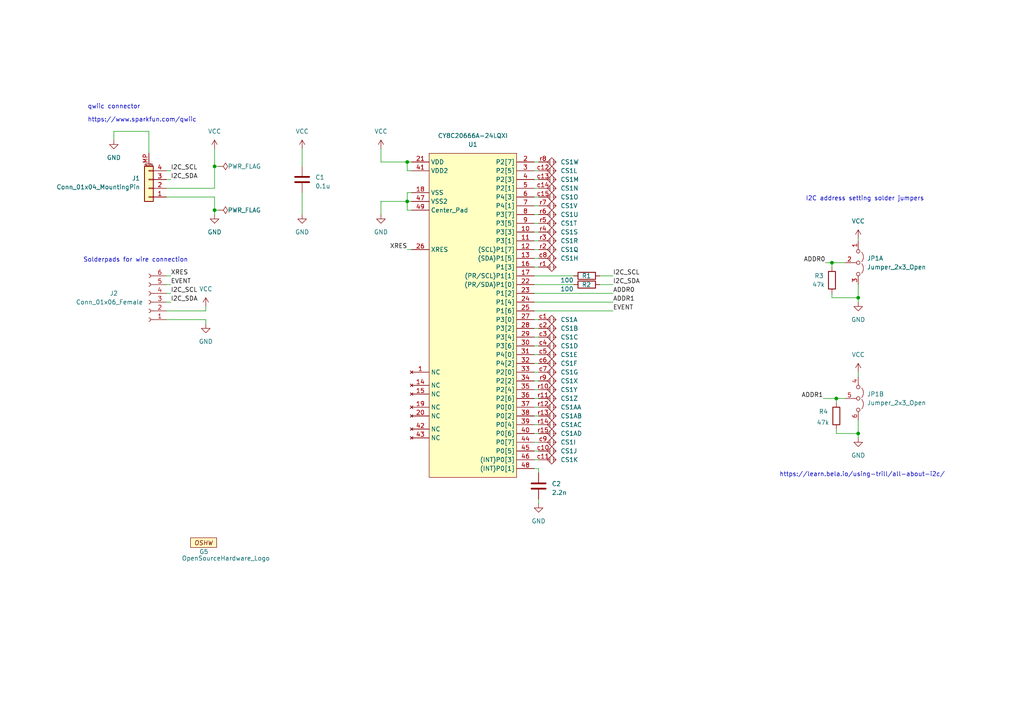
<source format=kicad_sch>
(kicad_sch (version 20230121) (generator eeschema)
  (paper "A4")
  (title_block (title "TRILL-SQUARE") (date "2022-10-21") (rev "C4") (company "BELA / Augmented Instrumenst Ltd.") (comment 1 "https://bela.io"))
  (lib_symbols
    (symbol "Bela:CapSensePad" (in_bom no)
      (property "Reference" "CS" (at 4.699 -0.127 0))
      (symbol "CapSensePad_0_1"
        (polyline (pts (xy 0.762 0) (xy 0 0)))
        (polyline (pts (xy 0.762 0.762) (xy 0.762 -0.762)))
        (polyline (pts (xy 1.778 0.762) (xy 1.778 -0.762)))
        (polyline (pts (xy 2.54 0) (xy 1.778 0)))
        (polyline (pts (xy 0 0) (xy 1.27 1.27) (xy 2.54 0) (xy 1.27 -1.27) (xy 0 0)))
      )
      (symbol "CapSensePad_1_1"
        (pin input line (at -2.54 0 0) (length 2.54) (name "") (number "c1"))
      )
      (symbol "CapSensePad_2_1"
        (pin input line (at -2.54 0 0) (length 2.54) (name "") (number "c2"))
      )
      (symbol "CapSensePad_3_1"
        (pin input line (at -2.54 0 0) (length 2.54) (name "") (number "c3"))
      )
      (symbol "CapSensePad_4_1"
        (pin input line (at -2.54 0 0) (length 2.54) (name "") (number "c4"))
      )
      (symbol "CapSensePad_5_1"
        (pin input line (at -2.54 0 0) (length 2.54) (name "") (number "c5"))
      )
      (symbol "CapSensePad_6_1"
        (pin input line (at -2.54 0 0) (length 2.54) (name "") (number "c6"))
      )
      (symbol "CapSensePad_7_1"
        (pin input line (at -2.54 0 0) (length 2.54) (name "") (number "c7"))
      )
      (symbol "CapSensePad_8_1"
        (pin input line (at -2.54 0 0) (length 2.54) (name "") (number "c8"))
      )
      (symbol "CapSensePad_9_1"
        (pin input line (at -2.54 0 0) (length 2.54) (name "") (number "c9"))
      )
      (symbol "CapSensePad_10_1"
        (pin input line (at -2.54 0 0) (length 2.54) (name "") (number "c10"))
      )
      (symbol "CapSensePad_11_1"
        (pin input line (at -2.54 0 0) (length 2.54) (name "") (number "c11"))
      )
      (symbol "CapSensePad_12_1"
        (pin input line (at -2.54 0 0) (length 2.54) (name "") (number "c12"))
      )
      (symbol "CapSensePad_13_1"
        (pin input line (at -2.54 0 0) (length 2.54) (name "") (number "c13"))
      )
      (symbol "CapSensePad_14_1"
        (pin input line (at -2.54 0 0) (length 2.54) (name "") (number "c14"))
      )
      (symbol "CapSensePad_15_1"
        (pin input line (at -2.54 0 0) (length 2.54) (name "") (number "c15"))
      )
      (symbol "CapSensePad_16_1"
        (pin input line (at -2.54 0 0) (length 2.54) (name "") (number "r1"))
      )
      (symbol "CapSensePad_17_1"
        (pin input line (at -2.54 0 0) (length 2.54) (name "") (number "r2"))
      )
      (symbol "CapSensePad_18_1"
        (pin input line (at -2.54 0 0) (length 2.54) (name "") (number "r3"))
      )
      (symbol "CapSensePad_19_1"
        (pin input line (at -2.54 0 0) (length 2.54) (name "") (number "r4"))
      )
      (symbol "CapSensePad_20_1"
        (pin input line (at -2.54 0 0) (length 2.54) (name "") (number "r5"))
      )
      (symbol "CapSensePad_21_1"
        (pin input line (at -2.54 0 0) (length 2.54) (name "") (number "r6"))
      )
      (symbol "CapSensePad_22_1"
        (pin input line (at -2.54 0 0) (length 2.54) (name "") (number "r7"))
      )
      (symbol "CapSensePad_23_1"
        (pin input line (at -2.54 0 0) (length 2.54) (name "") (number "r8"))
      )
      (symbol "CapSensePad_24_1"
        (pin input line (at -2.54 0 0) (length 2.54) (name "") (number "r9"))
      )
      (symbol "CapSensePad_25_1"
        (pin input line (at -2.54 0 0) (length 2.54) (name "") (number "r10"))
      )
      (symbol "CapSensePad_26_1"
        (pin input line (at -2.54 0 0) (length 2.54) (name "") (number "r11"))
      )
      (symbol "CapSensePad_27_1"
        (pin input line (at -2.54 0 0) (length 2.54) (name "") (number "r12"))
      )
      (symbol "CapSensePad_28_1"
        (pin input line (at -2.54 0 0) (length 2.54) (name "") (number "r13"))
      )
      (symbol "CapSensePad_29_1"
        (pin input line (at -2.54 0 0) (length 2.54) (name "") (number "r14"))
      )
      (symbol "CapSensePad_30_1"
        (pin input line (at -2.54 0 0) (length 2.54) (name "") (number "r15"))
      )
    )
    (symbol "CapSensePad_25" (in_bom no)
      (property "Reference" "CS" (at 4.699 -0.127 0))
      (symbol "CapSensePad_25_0_1"
        (polyline (pts (xy 0.762 0) (xy 0 0)))
        (polyline (pts (xy 0.762 0.762) (xy 0.762 -0.762)))
        (polyline (pts (xy 1.778 0.762) (xy 1.778 -0.762)))
        (polyline (pts (xy 2.54 0) (xy 1.778 0)))
        (polyline (pts (xy 0 0) (xy 1.27 1.27) (xy 2.54 0) (xy 1.27 -1.27) (xy 0 0)))
      )
      (symbol "CapSensePad_25_1_1"
        (pin input line (at -2.54 0 0) (length 2.54) (name "") (number "c1"))
      )
      (symbol "CapSensePad_25_2_1"
        (pin input line (at -2.54 0 0) (length 2.54) (name "") (number "c2"))
      )
      (symbol "CapSensePad_25_3_1"
        (pin input line (at -2.54 0 0) (length 2.54) (name "") (number "c3"))
      )
      (symbol "CapSensePad_25_4_1"
        (pin input line (at -2.54 0 0) (length 2.54) (name "") (number "c4"))
      )
      (symbol "CapSensePad_25_5_1"
        (pin input line (at -2.54 0 0) (length 2.54) (name "") (number "c5"))
      )
      (symbol "CapSensePad_25_6_1"
        (pin input line (at -2.54 0 0) (length 2.54) (name "") (number "c6"))
      )
      (symbol "CapSensePad_25_7_1"
        (pin input line (at -2.54 0 0) (length 2.54) (name "") (number "c7"))
      )
      (symbol "CapSensePad_25_8_1"
        (pin input line (at -2.54 0 0) (length 2.54) (name "") (number "c8"))
      )
      (symbol "CapSensePad_25_9_1"
        (pin input line (at -2.54 0 0) (length 2.54) (name "") (number "c9"))
      )
      (symbol "CapSensePad_25_10_1"
        (pin input line (at -2.54 0 0) (length 2.54) (name "") (number "c10"))
      )
      (symbol "CapSensePad_25_11_1"
        (pin input line (at -2.54 0 0) (length 2.54) (name "") (number "c11"))
      )
      (symbol "CapSensePad_25_12_1"
        (pin input line (at -2.54 0 0) (length 2.54) (name "") (number "c12"))
      )
      (symbol "CapSensePad_25_13_1"
        (pin input line (at -2.54 0 0) (length 2.54) (name "") (number "c13"))
      )
      (symbol "CapSensePad_25_14_1"
        (pin input line (at -2.54 0 0) (length 2.54) (name "") (number "c14"))
      )
      (symbol "CapSensePad_25_15_1"
        (pin input line (at -2.54 0 0) (length 2.54) (name "") (number "c15"))
      )
      (symbol "CapSensePad_25_16_1"
        (pin input line (at -2.54 0 0) (length 2.54) (name "") (number "r1"))
      )
      (symbol "CapSensePad_25_17_1"
        (pin input line (at -2.54 0 0) (length 2.54) (name "") (number "r2"))
      )
      (symbol "CapSensePad_25_18_1"
        (pin input line (at -2.54 0 0) (length 2.54) (name "") (number "r3"))
      )
      (symbol "CapSensePad_25_19_1"
        (pin input line (at -2.54 0 0) (length 2.54) (name "") (number "r4"))
      )
      (symbol "CapSensePad_25_20_1"
        (pin input line (at -2.54 0 0) (length 2.54) (name "") (number "r5"))
      )
      (symbol "CapSensePad_25_21_1"
        (pin input line (at -2.54 0 0) (length 2.54) (name "") (number "r6"))
      )
      (symbol "CapSensePad_25_22_1"
        (pin input line (at -2.54 0 0) (length 2.54) (name "") (number "r7"))
      )
      (symbol "CapSensePad_25_23_1"
        (pin input line (at -2.54 0 0) (length 2.54) (name "") (number "r8"))
      )
      (symbol "CapSensePad_25_24_1"
        (pin input line (at -2.54 0 0) (length 2.54) (name "") (number "r9"))
      )
      (symbol "CapSensePad_25_25_1"
        (pin input line (at -2.54 0 0) (length 2.54) (name "") (number "r10"))
      )
      (symbol "CapSensePad_25_26_1"
        (pin input line (at -2.54 0 0) (length 2.54) (name "") (number "r11"))
      )
      (symbol "CapSensePad_25_27_1"
        (pin input line (at -2.54 0 0) (length 2.54) (name "") (number "r12"))
      )
      (symbol "CapSensePad_25_28_1"
        (pin input line (at -2.54 0 0) (length 2.54) (name "") (number "r13"))
      )
      (symbol "CapSensePad_25_29_1"
        (pin input line (at -2.54 0 0) (length 2.54) (name "") (number "r14"))
      )
      (symbol "CapSensePad_25_30_1"
        (pin input line (at -2.54 0 0) (length 2.54) (name "") (number "r15"))
      )
    )
    (symbol "CapSensePad_26" (in_bom no)
      (property "Reference" "CS" (at 4.699 -0.127 0))
      (symbol "CapSensePad_26_0_1"
        (polyline (pts (xy 0.762 0) (xy 0 0)))
        (polyline (pts (xy 0.762 0.762) (xy 0.762 -0.762)))
        (polyline (pts (xy 1.778 0.762) (xy 1.778 -0.762)))
        (polyline (pts (xy 2.54 0) (xy 1.778 0)))
        (polyline (pts (xy 0 0) (xy 1.27 1.27) (xy 2.54 0) (xy 1.27 -1.27) (xy 0 0)))
      )
      (symbol "CapSensePad_26_1_1"
        (pin input line (at -2.54 0 0) (length 2.54) (name "") (number "c1"))
      )
      (symbol "CapSensePad_26_2_1"
        (pin input line (at -2.54 0 0) (length 2.54) (name "") (number "c2"))
      )
      (symbol "CapSensePad_26_3_1"
        (pin input line (at -2.54 0 0) (length 2.54) (name "") (number "c3"))
      )
      (symbol "CapSensePad_26_4_1"
        (pin input line (at -2.54 0 0) (length 2.54) (name "") (number "c4"))
      )
      (symbol "CapSensePad_26_5_1"
        (pin input line (at -2.54 0 0) (length 2.54) (name "") (number "c5"))
      )
      (symbol "CapSensePad_26_6_1"
        (pin input line (at -2.54 0 0) (length 2.54) (name "") (number "c6"))
      )
      (symbol "CapSensePad_26_7_1"
        (pin input line (at -2.54 0 0) (length 2.54) (name "") (number "c7"))
      )
      (symbol "CapSensePad_26_8_1"
        (pin input line (at -2.54 0 0) (length 2.54) (name "") (number "c8"))
      )
      (symbol "CapSensePad_26_9_1"
        (pin input line (at -2.54 0 0) (length 2.54) (name "") (number "c9"))
      )
      (symbol "CapSensePad_26_10_1"
        (pin input line (at -2.54 0 0) (length 2.54) (name "") (number "c10"))
      )
      (symbol "CapSensePad_26_11_1"
        (pin input line (at -2.54 0 0) (length 2.54) (name "") (number "c11"))
      )
      (symbol "CapSensePad_26_12_1"
        (pin input line (at -2.54 0 0) (length 2.54) (name "") (number "c12"))
      )
      (symbol "CapSensePad_26_13_1"
        (pin input line (at -2.54 0 0) (length 2.54) (name "") (number "c13"))
      )
      (symbol "CapSensePad_26_14_1"
        (pin input line (at -2.54 0 0) (length 2.54) (name "") (number "c14"))
      )
      (symbol "CapSensePad_26_15_1"
        (pin input line (at -2.54 0 0) (length 2.54) (name "") (number "c15"))
      )
      (symbol "CapSensePad_26_16_1"
        (pin input line (at -2.54 0 0) (length 2.54) (name "") (number "r1"))
      )
      (symbol "CapSensePad_26_17_1"
        (pin input line (at -2.54 0 0) (length 2.54) (name "") (number "r2"))
      )
      (symbol "CapSensePad_26_18_1"
        (pin input line (at -2.54 0 0) (length 2.54) (name "") (number "r3"))
      )
      (symbol "CapSensePad_26_19_1"
        (pin input line (at -2.54 0 0) (length 2.54) (name "") (number "r4"))
      )
      (symbol "CapSensePad_26_20_1"
        (pin input line (at -2.54 0 0) (length 2.54) (name "") (number "r5"))
      )
      (symbol "CapSensePad_26_21_1"
        (pin input line (at -2.54 0 0) (length 2.54) (name "") (number "r6"))
      )
      (symbol "CapSensePad_26_22_1"
        (pin input line (at -2.54 0 0) (length 2.54) (name "") (number "r7"))
      )
      (symbol "CapSensePad_26_23_1"
        (pin input line (at -2.54 0 0) (length 2.54) (name "") (number "r8"))
      )
      (symbol "CapSensePad_26_24_1"
        (pin input line (at -2.54 0 0) (length 2.54) (name "") (number "r9"))
      )
      (symbol "CapSensePad_26_25_1"
        (pin input line (at -2.54 0 0) (length 2.54) (name "") (number "r10"))
      )
      (symbol "CapSensePad_26_26_1"
        (pin input line (at -2.54 0 0) (length 2.54) (name "") (number "r11"))
      )
      (symbol "CapSensePad_26_27_1"
        (pin input line (at -2.54 0 0) (length 2.54) (name "") (number "r12"))
      )
      (symbol "CapSensePad_26_28_1"
        (pin input line (at -2.54 0 0) (length 2.54) (name "") (number "r13"))
      )
      (symbol "CapSensePad_26_29_1"
        (pin input line (at -2.54 0 0) (length 2.54) (name "") (number "r14"))
      )
      (symbol "CapSensePad_26_30_1"
        (pin input line (at -2.54 0 0) (length 2.54) (name "") (number "r15"))
      )
    )
    (symbol "CapSensePad_27" (in_bom no)
      (property "Reference" "CS" (at 4.699 -0.127 0))
      (symbol "CapSensePad_27_0_1"
        (polyline (pts (xy 0.762 0) (xy 0 0)))
        (polyline (pts (xy 0.762 0.762) (xy 0.762 -0.762)))
        (polyline (pts (xy 1.778 0.762) (xy 1.778 -0.762)))
        (polyline (pts (xy 2.54 0) (xy 1.778 0)))
        (polyline (pts (xy 0 0) (xy 1.27 1.27) (xy 2.54 0) (xy 1.27 -1.27) (xy 0 0)))
      )
      (symbol "CapSensePad_27_1_1"
        (pin input line (at -2.54 0 0) (length 2.54) (name "") (number "c1"))
      )
      (symbol "CapSensePad_27_2_1"
        (pin input line (at -2.54 0 0) (length 2.54) (name "") (number "c2"))
      )
      (symbol "CapSensePad_27_3_1"
        (pin input line (at -2.54 0 0) (length 2.54) (name "") (number "c3"))
      )
      (symbol "CapSensePad_27_4_1"
        (pin input line (at -2.54 0 0) (length 2.54) (name "") (number "c4"))
      )
      (symbol "CapSensePad_27_5_1"
        (pin input line (at -2.54 0 0) (length 2.54) (name "") (number "c5"))
      )
      (symbol "CapSensePad_27_6_1"
        (pin input line (at -2.54 0 0) (length 2.54) (name "") (number "c6"))
      )
      (symbol "CapSensePad_27_7_1"
        (pin input line (at -2.54 0 0) (length 2.54) (name "") (number "c7"))
      )
      (symbol "CapSensePad_27_8_1"
        (pin input line (at -2.54 0 0) (length 2.54) (name "") (number "c8"))
      )
      (symbol "CapSensePad_27_9_1"
        (pin input line (at -2.54 0 0) (length 2.54) (name "") (number "c9"))
      )
      (symbol "CapSensePad_27_10_1"
        (pin input line (at -2.54 0 0) (length 2.54) (name "") (number "c10"))
      )
      (symbol "CapSensePad_27_11_1"
        (pin input line (at -2.54 0 0) (length 2.54) (name "") (number "c11"))
      )
      (symbol "CapSensePad_27_12_1"
        (pin input line (at -2.54 0 0) (length 2.54) (name "") (number "c12"))
      )
      (symbol "CapSensePad_27_13_1"
        (pin input line (at -2.54 0 0) (length 2.54) (name "") (number "c13"))
      )
      (symbol "CapSensePad_27_14_1"
        (pin input line (at -2.54 0 0) (length 2.54) (name "") (number "c14"))
      )
      (symbol "CapSensePad_27_15_1"
        (pin input line (at -2.54 0 0) (length 2.54) (name "") (number "c15"))
      )
      (symbol "CapSensePad_27_16_1"
        (pin input line (at -2.54 0 0) (length 2.54) (name "") (number "r1"))
      )
      (symbol "CapSensePad_27_17_1"
        (pin input line (at -2.54 0 0) (length 2.54) (name "") (number "r2"))
      )
      (symbol "CapSensePad_27_18_1"
        (pin input line (at -2.54 0 0) (length 2.54) (name "") (number "r3"))
      )
      (symbol "CapSensePad_27_19_1"
        (pin input line (at -2.54 0 0) (length 2.54) (name "") (number "r4"))
      )
      (symbol "CapSensePad_27_20_1"
        (pin input line (at -2.54 0 0) (length 2.54) (name "") (number "r5"))
      )
      (symbol "CapSensePad_27_21_1"
        (pin input line (at -2.54 0 0) (length 2.54) (name "") (number "r6"))
      )
      (symbol "CapSensePad_27_22_1"
        (pin input line (at -2.54 0 0) (length 2.54) (name "") (number "r7"))
      )
      (symbol "CapSensePad_27_23_1"
        (pin input line (at -2.54 0 0) (length 2.54) (name "") (number "r8"))
      )
      (symbol "CapSensePad_27_24_1"
        (pin input line (at -2.54 0 0) (length 2.54) (name "") (number "r9"))
      )
      (symbol "CapSensePad_27_25_1"
        (pin input line (at -2.54 0 0) (length 2.54) (name "") (number "r10"))
      )
      (symbol "CapSensePad_27_26_1"
        (pin input line (at -2.54 0 0) (length 2.54) (name "") (number "r11"))
      )
      (symbol "CapSensePad_27_27_1"
        (pin input line (at -2.54 0 0) (length 2.54) (name "") (number "r12"))
      )
      (symbol "CapSensePad_27_28_1"
        (pin input line (at -2.54 0 0) (length 2.54) (name "") (number "r13"))
      )
      (symbol "CapSensePad_27_29_1"
        (pin input line (at -2.54 0 0) (length 2.54) (name "") (number "r14"))
      )
      (symbol "CapSensePad_27_30_1"
        (pin input line (at -2.54 0 0) (length 2.54) (name "") (number "r15"))
      )
    )
    (symbol "CapSensePad_28" (in_bom no)
      (property "Reference" "CS" (at 4.699 -0.127 0))
      (symbol "CapSensePad_28_0_1"
        (polyline (pts (xy 0.762 0) (xy 0 0)))
        (polyline (pts (xy 0.762 0.762) (xy 0.762 -0.762)))
        (polyline (pts (xy 1.778 0.762) (xy 1.778 -0.762)))
        (polyline (pts (xy 2.54 0) (xy 1.778 0)))
        (polyline (pts (xy 0 0) (xy 1.27 1.27) (xy 2.54 0) (xy 1.27 -1.27) (xy 0 0)))
      )
      (symbol "CapSensePad_28_1_1"
        (pin input line (at -2.54 0 0) (length 2.54) (name "") (number "c1"))
      )
      (symbol "CapSensePad_28_2_1"
        (pin input line (at -2.54 0 0) (length 2.54) (name "") (number "c2"))
      )
      (symbol "CapSensePad_28_3_1"
        (pin input line (at -2.54 0 0) (length 2.54) (name "") (number "c3"))
      )
      (symbol "CapSensePad_28_4_1"
        (pin input line (at -2.54 0 0) (length 2.54) (name "") (number "c4"))
      )
      (symbol "CapSensePad_28_5_1"
        (pin input line (at -2.54 0 0) (length 2.54) (name "") (number "c5"))
      )
      (symbol "CapSensePad_28_6_1"
        (pin input line (at -2.54 0 0) (length 2.54) (name "") (number "c6"))
      )
      (symbol "CapSensePad_28_7_1"
        (pin input line (at -2.54 0 0) (length 2.54) (name "") (number "c7"))
      )
      (symbol "CapSensePad_28_8_1"
        (pin input line (at -2.54 0 0) (length 2.54) (name "") (number "c8"))
      )
      (symbol "CapSensePad_28_9_1"
        (pin input line (at -2.54 0 0) (length 2.54) (name "") (number "c9"))
      )
      (symbol "CapSensePad_28_10_1"
        (pin input line (at -2.54 0 0) (length 2.54) (name "") (number "c10"))
      )
      (symbol "CapSensePad_28_11_1"
        (pin input line (at -2.54 0 0) (length 2.54) (name "") (number "c11"))
      )
      (symbol "CapSensePad_28_12_1"
        (pin input line (at -2.54 0 0) (length 2.54) (name "") (number "c12"))
      )
      (symbol "CapSensePad_28_13_1"
        (pin input line (at -2.54 0 0) (length 2.54) (name "") (number "c13"))
      )
      (symbol "CapSensePad_28_14_1"
        (pin input line (at -2.54 0 0) (length 2.54) (name "") (number "c14"))
      )
      (symbol "CapSensePad_28_15_1"
        (pin input line (at -2.54 0 0) (length 2.54) (name "") (number "c15"))
      )
      (symbol "CapSensePad_28_16_1"
        (pin input line (at -2.54 0 0) (length 2.54) (name "") (number "r1"))
      )
      (symbol "CapSensePad_28_17_1"
        (pin input line (at -2.54 0 0) (length 2.54) (name "") (number "r2"))
      )
      (symbol "CapSensePad_28_18_1"
        (pin input line (at -2.54 0 0) (length 2.54) (name "") (number "r3"))
      )
      (symbol "CapSensePad_28_19_1"
        (pin input line (at -2.54 0 0) (length 2.54) (name "") (number "r4"))
      )
      (symbol "CapSensePad_28_20_1"
        (pin input line (at -2.54 0 0) (length 2.54) (name "") (number "r5"))
      )
      (symbol "CapSensePad_28_21_1"
        (pin input line (at -2.54 0 0) (length 2.54) (name "") (number "r6"))
      )
      (symbol "CapSensePad_28_22_1"
        (pin input line (at -2.54 0 0) (length 2.54) (name "") (number "r7"))
      )
      (symbol "CapSensePad_28_23_1"
        (pin input line (at -2.54 0 0) (length 2.54) (name "") (number "r8"))
      )
      (symbol "CapSensePad_28_24_1"
        (pin input line (at -2.54 0 0) (length 2.54) (name "") (number "r9"))
      )
      (symbol "CapSensePad_28_25_1"
        (pin input line (at -2.54 0 0) (length 2.54) (name "") (number "r10"))
      )
      (symbol "CapSensePad_28_26_1"
        (pin input line (at -2.54 0 0) (length 2.54) (name "") (number "r11"))
      )
      (symbol "CapSensePad_28_27_1"
        (pin input line (at -2.54 0 0) (length 2.54) (name "") (number "r12"))
      )
      (symbol "CapSensePad_28_28_1"
        (pin input line (at -2.54 0 0) (length 2.54) (name "") (number "r13"))
      )
      (symbol "CapSensePad_28_29_1"
        (pin input line (at -2.54 0 0) (length 2.54) (name "") (number "r14"))
      )
      (symbol "CapSensePad_28_30_1"
        (pin input line (at -2.54 0 0) (length 2.54) (name "") (number "r15"))
      )
    )
    (symbol "CapSensePad_29" (in_bom no)
      (property "Reference" "CS" (at 4.699 -0.127 0))
      (symbol "CapSensePad_29_0_1"
        (polyline (pts (xy 0.762 0) (xy 0 0)))
        (polyline (pts (xy 0.762 0.762) (xy 0.762 -0.762)))
        (polyline (pts (xy 1.778 0.762) (xy 1.778 -0.762)))
        (polyline (pts (xy 2.54 0) (xy 1.778 0)))
        (polyline (pts (xy 0 0) (xy 1.27 1.27) (xy 2.54 0) (xy 1.27 -1.27) (xy 0 0)))
      )
      (symbol "CapSensePad_29_1_1"
        (pin input line (at -2.54 0 0) (length 2.54) (name "") (number "c1"))
      )
      (symbol "CapSensePad_29_2_1"
        (pin input line (at -2.54 0 0) (length 2.54) (name "") (number "c2"))
      )
      (symbol "CapSensePad_29_3_1"
        (pin input line (at -2.54 0 0) (length 2.54) (name "") (number "c3"))
      )
      (symbol "CapSensePad_29_4_1"
        (pin input line (at -2.54 0 0) (length 2.54) (name "") (number "c4"))
      )
      (symbol "CapSensePad_29_5_1"
        (pin input line (at -2.54 0 0) (length 2.54) (name "") (number "c5"))
      )
      (symbol "CapSensePad_29_6_1"
        (pin input line (at -2.54 0 0) (length 2.54) (name "") (number "c6"))
      )
      (symbol "CapSensePad_29_7_1"
        (pin input line (at -2.54 0 0) (length 2.54) (name "") (number "c7"))
      )
      (symbol "CapSensePad_29_8_1"
        (pin input line (at -2.54 0 0) (length 2.54) (name "") (number "c8"))
      )
      (symbol "CapSensePad_29_9_1"
        (pin input line (at -2.54 0 0) (length 2.54) (name "") (number "c9"))
      )
      (symbol "CapSensePad_29_10_1"
        (pin input line (at -2.54 0 0) (length 2.54) (name "") (number "c10"))
      )
      (symbol "CapSensePad_29_11_1"
        (pin input line (at -2.54 0 0) (length 2.54) (name "") (number "c11"))
      )
      (symbol "CapSensePad_29_12_1"
        (pin input line (at -2.54 0 0) (length 2.54) (name "") (number "c12"))
      )
      (symbol "CapSensePad_29_13_1"
        (pin input line (at -2.54 0 0) (length 2.54) (name "") (number "c13"))
      )
      (symbol "CapSensePad_29_14_1"
        (pin input line (at -2.54 0 0) (length 2.54) (name "") (number "c14"))
      )
      (symbol "CapSensePad_29_15_1"
        (pin input line (at -2.54 0 0) (length 2.54) (name "") (number "c15"))
      )
      (symbol "CapSensePad_29_16_1"
        (pin input line (at -2.54 0 0) (length 2.54) (name "") (number "r1"))
      )
      (symbol "CapSensePad_29_17_1"
        (pin input line (at -2.54 0 0) (length 2.54) (name "") (number "r2"))
      )
      (symbol "CapSensePad_29_18_1"
        (pin input line (at -2.54 0 0) (length 2.54) (name "") (number "r3"))
      )
      (symbol "CapSensePad_29_19_1"
        (pin input line (at -2.54 0 0) (length 2.54) (name "") (number "r4"))
      )
      (symbol "CapSensePad_29_20_1"
        (pin input line (at -2.54 0 0) (length 2.54) (name "") (number "r5"))
      )
      (symbol "CapSensePad_29_21_1"
        (pin input line (at -2.54 0 0) (length 2.54) (name "") (number "r6"))
      )
      (symbol "CapSensePad_29_22_1"
        (pin input line (at -2.54 0 0) (length 2.54) (name "") (number "r7"))
      )
      (symbol "CapSensePad_29_23_1"
        (pin input line (at -2.54 0 0) (length 2.54) (name "") (number "r8"))
      )
      (symbol "CapSensePad_29_24_1"
        (pin input line (at -2.54 0 0) (length 2.54) (name "") (number "r9"))
      )
      (symbol "CapSensePad_29_25_1"
        (pin input line (at -2.54 0 0) (length 2.54) (name "") (number "r10"))
      )
      (symbol "CapSensePad_29_26_1"
        (pin input line (at -2.54 0 0) (length 2.54) (name "") (number "r11"))
      )
      (symbol "CapSensePad_29_27_1"
        (pin input line (at -2.54 0 0) (length 2.54) (name "") (number "r12"))
      )
      (symbol "CapSensePad_29_28_1"
        (pin input line (at -2.54 0 0) (length 2.54) (name "") (number "r13"))
      )
      (symbol "CapSensePad_29_29_1"
        (pin input line (at -2.54 0 0) (length 2.54) (name "") (number "r14"))
      )
      (symbol "CapSensePad_29_30_1"
        (pin input line (at -2.54 0 0) (length 2.54) (name "") (number "r15"))
      )
    )
    (symbol "Connector:Conn_01x06_Female" (pin_names (offset 1.016) hide)
      (property "Reference" "J" (at 0 7.62 0))
      (property "Value" "Conn_01x06_Female" (at 0 -10.16 0))
      (symbol "Conn_01x06_Female_1_1"
        (arc (start 0 -7.112) (mid -0.5058 -7.62) (end 0 -8.128) (stroke (width 0.1524)))
        (arc (start 0 -4.572) (mid -0.5058 -5.08) (end 0 -5.588) (stroke (width 0.1524)))
        (arc (start 0 -2.032) (mid -0.5058 -2.54) (end 0 -3.048) (stroke (width 0.1524)))
        (polyline (pts (xy -1.27 -7.62) (xy -0.508 -7.62)) (stroke (width 0.1524)))
        (polyline (pts (xy -1.27 -5.08) (xy -0.508 -5.08)) (stroke (width 0.1524)))
        (polyline (pts (xy -1.27 -2.54) (xy -0.508 -2.54)) (stroke (width 0.1524)))
        (polyline (pts (xy -1.27 0) (xy -0.508 0)) (stroke (width 0.1524)))
        (polyline (pts (xy -1.27 2.54) (xy -0.508 2.54)) (stroke (width 0.1524)))
        (polyline (pts (xy -1.27 5.08) (xy -0.508 5.08)) (stroke (width 0.1524)))
        (arc (start 0 0.508) (mid -0.5058 0) (end 0 -0.508) (stroke (width 0.1524)))
        (arc (start 0 3.048) (mid -0.5058 2.54) (end 0 2.032) (stroke (width 0.1524)))
        (arc (start 0 5.588) (mid -0.5058 5.08) (end 0 4.572) (stroke (width 0.1524)))
        (pin passive line (at -5.08 5.08 0) (length 3.81) (name "Pin_1") (number "1"))
        (pin passive line (at -5.08 2.54 0) (length 3.81) (name "Pin_2") (number "2"))
        (pin passive line (at -5.08 0 0) (length 3.81) (name "Pin_3") (number "3"))
        (pin passive line (at -5.08 -2.54 0) (length 3.81) (name "Pin_4") (number "4"))
        (pin passive line (at -5.08 -5.08 0) (length 3.81) (name "Pin_5") (number "5"))
        (pin passive line (at -5.08 -7.62 0) (length 3.81) (name "Pin_6") (number "6"))
      )
    )
    (symbol "Connector_Generic_MountingPin:Conn_01x04_MountingPin" (pin_names (offset 1.016) hide)
      (property "Reference" "J" (at 0 5.08 0))
      (property "Value" "Conn_01x04_MountingPin" (at 1.27 -7.62 0))
      (symbol "Conn_01x04_MountingPin_1_1"
        (rectangle (start -1.27 -4.953) (end 0 -5.207) (stroke (width 0.1524)))
        (rectangle (start -1.27 -2.413) (end 0 -2.667) (stroke (width 0.1524)))
        (rectangle (start -1.27 0.127) (end 0 -0.127) (stroke (width 0.1524)))
        (rectangle (start -1.27 2.667) (end 0 2.413) (stroke (width 0.1524)))
        (rectangle (start -1.27 3.81) (end 1.27 -6.35) (stroke (width 0.254)) (fill (type background)))
        (polyline (pts (xy -1.016 -7.112) (xy 1.016 -7.112)) (stroke (width 0.1524)))
        (text "Mounting" (at 0 -6.731 0) (effects (font (size 0.381 0.381))))
        (pin passive line (at -5.08 2.54 0) (length 3.81) (name "Pin_1") (number "1"))
        (pin passive line (at -5.08 0 0) (length 3.81) (name "Pin_2") (number "2"))
        (pin passive line (at -5.08 -2.54 0) (length 3.81) (name "Pin_3") (number "3"))
        (pin passive line (at -5.08 -5.08 0) (length 3.81) (name "Pin_4") (number "4"))
        (pin passive line (at 0 -10.16 90) (length 3.048) (name "MountPin") (number "MP"))
      )
    )
    (symbol "Device:C" (pin_numbers hide) (pin_names (offset 0.254))
      (property "Reference" "C" (at 0.635 2.54 0))
      (property "Value" "C" (at 0.635 -2.54 0))
      (symbol "C_0_1"
        (polyline (pts (xy -2.032 -0.762) (xy 2.032 -0.762)) (stroke (width 0.508)))
        (polyline (pts (xy -2.032 0.762) (xy 2.032 0.762)) (stroke (width 0.508)))
      )
      (symbol "C_1_1"
        (pin passive line (at 0 3.81 270) (length 2.794) (name "~") (number "1"))
        (pin passive line (at 0 -3.81 90) (length 2.794) (name "~") (number "2"))
      )
    )
    (symbol "Device:R" (pin_numbers hide) (pin_names (offset 0))
      (property "Reference" "R" (at 2.032 0 90))
      (property "Value" "R" (at 0 0 90))
      (symbol "R_0_1"
        (rectangle (start -1.016 -2.54) (end 1.016 2.54) (stroke (width 0.254)))
      )
      (symbol "R_1_1"
        (pin passive line (at 0 3.81 270) (length 1.27) (name "~") (number "1"))
        (pin passive line (at 0 -3.81 90) (length 1.27) (name "~") (number "2"))
      )
    )
    (symbol "TRILL:CY8C206X6A"
      (property "Reference" "U" (at 0 -53.34 0))
      (property "Value" "CY8C206X6A" (at 0 -50.8 0))
      (symbol "CY8C206X6A_0_1"
        (rectangle (start -12.7 45.72) (end 12.7 -48.26) (fill (type background)))
      )
      (symbol "CY8C206X6A_1_0"
        (pin no_connect line (at -17.78 -17.78 0) (length 5.08) (name "NC") (number "1"))
        (pin bidirectional line (at 17.78 22.86 180) (length 5.08) (name "P3[3]") (number "10"))
        (pin bidirectional line (at 17.78 20.32 180) (length 5.08) (name "P3[1]") (number "11"))
        (pin bidirectional line (at 17.78 17.78 180) (length 5.08) (name "(SCL)P1[7]") (number "12"))
        (pin bidirectional line (at 17.78 15.24 180) (length 5.08) (name "(SDA)P1[5]") (number "13"))
        (pin no_connect line (at -17.78 -21.59 0) (length 5.08) (name "NC") (number "14"))
        (pin no_connect line (at -17.78 -24.13 0) (length 5.08) (name "NC") (number "15"))
        (pin bidirectional line (at 17.78 12.7 180) (length 5.08) (name "P1[3]") (number "16"))
        (pin bidirectional line (at 17.78 10.16 180) (length 5.08) (name "(PR/SCL)P1[1]") (number "17"))
        (pin power_in line (at -17.78 34.29 0) (length 5.08) (name "VSS") (number "18"))
        (pin no_connect line (at -17.78 -27.94 0) (length 5.08) (name "NC") (number "19"))
        (pin bidirectional line (at 17.78 43.18 180) (length 5.08) (name "P2[7]") (number "2"))
        (pin no_connect line (at -17.78 -30.48 0) (length 5.08) (name "NC") (number "20"))
        (pin power_in line (at -17.78 43.18 0) (length 5.08) (name "VDD") (number "21"))
        (pin bidirectional line (at 17.78 7.62 180) (length 5.08) (name "(PR/SDA)P1[0]") (number "22"))
        (pin bidirectional line (at 17.78 5.08 180) (length 5.08) (name "P1[2]") (number "23"))
        (pin bidirectional line (at 17.78 2.54 180) (length 5.08) (name "P1[4]") (number "24"))
        (pin bidirectional line (at 17.78 0 180) (length 5.08) (name "P1[6]") (number "25"))
        (pin input line (at -17.78 17.78 0) (length 5.08) (name "XRES") (number "26"))
        (pin bidirectional line (at 17.78 -2.54 180) (length 5.08) (name "P3[0]") (number "27"))
        (pin bidirectional line (at 17.78 -5.08 180) (length 5.08) (name "P3[2]") (number "28"))
        (pin bidirectional line (at 17.78 -7.62 180) (length 5.08) (name "P3[4]") (number "29"))
        (pin bidirectional line (at 17.78 40.64 180) (length 5.08) (name "P2[5]") (number "3"))
        (pin bidirectional line (at 17.78 -10.16 180) (length 5.08) (name "P3[6]") (number "30"))
        (pin bidirectional line (at 17.78 -12.7 180) (length 5.08) (name "P4[0]") (number "31"))
        (pin bidirectional line (at 17.78 -15.24 180) (length 5.08) (name "P4[2]") (number "32"))
        (pin bidirectional line (at 17.78 -17.78 180) (length 5.08) (name "P2[0]") (number "33"))
        (pin bidirectional line (at 17.78 -20.32 180) (length 5.08) (name "P2[2]") (number "34"))
        (pin bidirectional line (at 17.78 -22.86 180) (length 5.08) (name "P2[4]") (number "35"))
        (pin bidirectional line (at 17.78 -25.4 180) (length 5.08) (name "P2[6]") (number "36"))
        (pin bidirectional line (at 17.78 -27.94 180) (length 5.08) (name "P0[0]") (number "37"))
        (pin bidirectional line (at 17.78 -30.48 180) (length 5.08) (name "P0[2]") (number "38"))
        (pin bidirectional line (at 17.78 -33.02 180) (length 5.08) (name "P0[4]") (number "39"))
        (pin bidirectional line (at 17.78 38.1 180) (length 5.08) (name "P2[3]") (number "4"))
        (pin bidirectional line (at 17.78 -35.56 180) (length 5.08) (name "P0[6]") (number "40"))
        (pin power_in line (at -17.78 40.64 0) (length 5.08) (name "VDD2") (number "41"))
        (pin no_connect line (at -17.78 -34.29 0) (length 5.08) (name "NC") (number "42"))
        (pin no_connect line (at -17.78 -36.83 0) (length 5.08) (name "NC") (number "43"))
        (pin bidirectional line (at 17.78 -38.1 180) (length 5.08) (name "P0[7]") (number "44"))
        (pin bidirectional line (at 17.78 -40.64 180) (length 5.08) (name "P0[5]") (number "45"))
        (pin bidirectional line (at 17.78 -43.18 180) (length 5.08) (name "(INT)P0[3]") (number "46"))
        (pin power_in line (at -17.78 31.75 0) (length 5.08) (name "VSS2") (number "47"))
        (pin bidirectional line (at 17.78 -45.72 180) (length 5.08) (name "(INT)P0[1]") (number "48"))
        (pin power_in line (at -17.78 29.21 0) (length 5.08) (name "Center_Pad") (number "49"))
        (pin bidirectional line (at 17.78 35.56 180) (length 5.08) (name "P2[1]") (number "5"))
        (pin bidirectional line (at 17.78 33.02 180) (length 5.08) (name "P4[3]") (number "6"))
        (pin bidirectional line (at 17.78 30.48 180) (length 5.08) (name "P4[1]") (number "7"))
        (pin bidirectional line (at 17.78 27.94 180) (length 5.08) (name "P3[7]") (number "8"))
        (pin bidirectional line (at 17.78 25.4 180) (length 5.08) (name "P3[5]") (number "9"))
      )
    )
    (symbol "TRILL:Jumper_2x3_Open" (pin_names (offset 0) hide)
      (property "Reference" "JP" (at -2.54 -2.54 0))
      (property "Value" "Jumper_2x3_Open" (at 0 2.794 0))
      (symbol "Jumper_2x3_Open_0_0"
        (circle (center -3.302 0) (radius 0.508))
        (circle (center 0 0) (radius 0.508))
        (circle (center 3.302 0) (radius 0.508))
      )
      (symbol "Jumper_2x3_Open_0_1"
        (arc (start -0.254 1.016) (mid -1.651 1.4992) (end -3.048 1.016))
        (polyline (pts (xy 0 -0.508) (xy 0 -1.27)))
        (arc (start 3.048 1.016) (mid 1.651 1.4992) (end 0.254 1.016))
      )
      (symbol "Jumper_2x3_Open_1_1"
        (pin passive line (at -6.35 0 0) (length 2.54) (name "A") (number "1"))
        (pin passive line (at 0 -3.81 90) (length 2.54) (name "C") (number "2"))
        (pin passive line (at 6.35 0 180) (length 2.54) (name "B") (number "3"))
      )
      (symbol "Jumper_2x3_Open_2_1"
        (pin passive line (at -6.35 0 0) (length 2.54) (name "A") (number "4"))
        (pin passive line (at 0 -3.81 90) (length 2.54) (name "A") (number "5"))
        (pin passive line (at 6.35 0 180) (length 2.54) (name "B") (number "6"))
      )
    )
    (symbol "TRILL:OpenSourceHardware_Logo" (pin_numbers hide) (pin_names (offset 0) hide) (in_bom no)
      (property "Reference" "G" (at 0 0 0))
      (property "Value" "OpenSourceHardware_Logo" (at 0.0508 1.9812 0))
      (symbol "OpenSourceHardware_Logo_0_0"
        (text "" (at -8.2804 -10.668 0) (effects (font (size 1.27 1.27))))
        (text "" (at -5.3594 -2.286 0) (effects (font (size 1.27 1.27))))
        (text "OSHW" (at 0 6.35 0) (effects (font (size 1.27 1.27) italic)))
      )
      (symbol "OpenSourceHardware_Logo_0_1"
        (rectangle (start -3.81 7.8232) (end 3.81 5.08) (fill (type background)))
      )
    )
    (symbol "power:GND" (power) (pin_names (offset 0))
      (property "Value" "GND" (at 0 -3.81 0))
      (symbol "GND_0_1"
        (polyline (pts (xy 0 0) (xy 0 -1.27) (xy 1.27 -1.27) (xy 0 -2.54) (xy -1.27 -1.27) (xy 0 -1.27)))
      )
      (symbol "GND_1_1"
        (pin power_in line (at 0 0 270) (length 0) hide (name "GND") (number "1"))
      )
    )
    (symbol "power:PWR_FLAG" (power) (pin_numbers hide) (pin_names (offset 0) hide)
      (property "Value" "PWR_FLAG" (at 0 3.81 0))
      (symbol "PWR_FLAG_0_0"
        (pin power_out line (at 0 0 90) (length 0) (name "pwr") (number "1"))
      )
      (symbol "PWR_FLAG_0_1"
        (polyline (pts (xy 0 0) (xy 0 1.27) (xy -1.016 1.905) (xy 0 2.54) (xy 1.016 1.905) (xy 0 1.27)))
      )
    )
    (symbol "power:VCC" (power) (pin_names (offset 0))
      (property "Value" "VCC" (at 0 3.81 0))
      (symbol "VCC_0_1"
        (polyline (pts (xy -0.762 1.27) (xy 0 2.54)))
        (polyline (pts (xy 0 0) (xy 0 2.54)))
        (polyline (pts (xy 0 2.54) (xy 0.762 1.27)))
      )
      (symbol "VCC_1_1"
        (pin power_in line (at 0 0 90) (length 0) hide (name "VCC") (number "1"))
      )
    )
  )
  (junction (at 248.92 125.73))
  (junction (at 242.57 115.57))
  (junction (at 118.11 58.42))
  (junction (at 118.11 46.99))
  (junction (at 62.23 60.96))
  (junction (at 62.23 48.26))
  (junction (at 248.92 86.36))
  (junction (at 241.3 76.2))
  (wire (pts (xy 48.26 49.53) (xy 49.53 49.53)))
  (wire (pts (xy 62.23 48.26) (xy 62.23 43.18)))
  (wire (pts (xy 118.11 46.99) (xy 119.38 46.99)))
  (wire (pts (xy 118.11 46.99) (xy 110.49 46.99)))
  (wire (pts (xy 33.02 38.1) (xy 33.02 40.64)))
  (wire (pts (xy 239.395 76.2) (xy 241.3 76.2)))
  (wire (pts (xy 248.92 82.55) (xy 248.92 86.36)))
  (wire (pts (xy 118.11 55.88) (xy 118.11 58.42)))
  (wire (pts (xy 48.26 90.17) (xy 59.69 90.17)))
  (wire (pts (xy 43.18 38.1) (xy 43.18 44.45)))
  (wire (pts (xy 118.11 49.53) (xy 118.11 46.99)))
  (wire (pts (xy 118.11 58.42) (xy 110.49 58.42)))
  (wire (pts (xy 242.57 115.57) (xy 242.57 116.84)))
  (wire (pts (xy 156.21 135.89) (xy 154.94 135.89)))
  (wire (pts (xy 154.94 74.93) (xy 156.21 74.93)))
  (wire (pts (xy 154.94 49.53) (xy 156.21 49.53)))
  (wire (pts (xy 173.99 82.55) (xy 177.8 82.55)))
  (wire (pts (xy 173.99 80.01) (xy 177.8 80.01)))
  (wire (pts (xy 156.21 137.16) (xy 156.21 135.89)))
  (wire (pts (xy 154.94 69.85) (xy 156.21 69.85)))
  (wire (pts (xy 154.94 54.61) (xy 156.21 54.61)))
  (wire (pts (xy 48.26 80.01) (xy 49.53 80.01)))
  (wire (pts (xy 154.94 82.55) (xy 166.37 82.55)))
  (wire (pts (xy 241.3 86.36) (xy 248.92 86.36)))
  (wire (pts (xy 110.49 43.18) (xy 110.49 46.99)))
  (wire (pts (xy 154.94 130.81) (xy 156.21 130.81)))
  (wire (pts (xy 154.94 115.57) (xy 156.21 115.57)))
  (wire (pts (xy 154.94 85.09) (xy 177.8 85.09)))
  (wire (pts (xy 154.94 52.07) (xy 156.21 52.07)))
  (wire (pts (xy 154.94 46.99) (xy 156.21 46.99)))
  (wire (pts (xy 154.94 118.11) (xy 156.21 118.11)))
  (wire (pts (xy 242.57 115.57) (xy 245.11 115.57)))
  (wire (pts (xy 154.94 59.69) (xy 156.21 59.69)))
  (wire (pts (xy 59.69 90.17) (xy 59.69 88.9)))
  (wire (pts (xy 154.94 110.49) (xy 156.21 110.49)))
  (wire (pts (xy 241.3 76.2) (xy 245.11 76.2)))
  (wire (pts (xy 248.92 107.95) (xy 248.92 109.22)))
  (wire (pts (xy 156.21 144.78) (xy 156.21 146.05)))
  (wire (pts (xy 154.94 92.71) (xy 156.21 92.71)))
  (wire (pts (xy 154.94 125.73) (xy 156.21 125.73)))
  (wire (pts (xy 154.94 128.27) (xy 156.21 128.27)))
  (wire (pts (xy 43.18 38.1) (xy 33.02 38.1)))
  (wire (pts (xy 154.94 105.41) (xy 156.21 105.41)))
  (wire (pts (xy 248.92 121.92) (xy 248.92 125.73)))
  (wire (pts (xy 48.26 57.15) (xy 62.23 57.15)))
  (wire (pts (xy 154.94 77.47) (xy 156.21 77.47)))
  (wire (pts (xy 154.94 113.03) (xy 156.21 113.03)))
  (wire (pts (xy 48.26 52.07) (xy 49.53 52.07)))
  (wire (pts (xy 241.3 85.09) (xy 241.3 86.36)))
  (wire (pts (xy 48.26 92.71) (xy 59.69 92.71)))
  (wire (pts (xy 48.26 54.61) (xy 62.23 54.61)))
  (wire (pts (xy 110.49 58.42) (xy 110.49 62.23)))
  (wire (pts (xy 118.11 58.42) (xy 118.11 60.96)))
  (wire (pts (xy 154.94 64.77) (xy 156.21 64.77)))
  (wire (pts (xy 242.57 124.46) (xy 242.57 125.73)))
  (wire (pts (xy 154.94 107.95) (xy 156.21 107.95)))
  (wire (pts (xy 118.11 60.96) (xy 119.38 60.96)))
  (wire (pts (xy 154.94 80.01) (xy 166.37 80.01)))
  (wire (pts (xy 48.26 85.09) (xy 49.53 85.09)))
  (wire (pts (xy 119.38 58.42) (xy 118.11 58.42)))
  (wire (pts (xy 154.94 67.31) (xy 156.21 67.31)))
  (wire (pts (xy 154.94 123.19) (xy 156.21 123.19)))
  (wire (pts (xy 63.5 60.96) (xy 62.23 60.96)))
  (wire (pts (xy 248.92 69.215) (xy 248.92 69.85)))
  (wire (pts (xy 48.26 87.63) (xy 49.53 87.63)))
  (wire (pts (xy 48.26 82.55) (xy 49.53 82.55)))
  (wire (pts (xy 154.94 97.79) (xy 156.21 97.79)))
  (wire (pts (xy 87.63 43.18) (xy 87.63 48.26)))
  (wire (pts (xy 154.94 100.33) (xy 156.21 100.33)))
  (wire (pts (xy 154.94 72.39) (xy 156.21 72.39)))
  (wire (pts (xy 118.11 72.39) (xy 119.38 72.39)))
  (wire (pts (xy 62.23 60.96) (xy 62.23 62.23)))
  (wire (pts (xy 154.94 62.23) (xy 156.21 62.23)))
  (wire (pts (xy 248.92 125.73) (xy 242.57 125.73)))
  (wire (pts (xy 119.38 55.88) (xy 118.11 55.88)))
  (wire (pts (xy 241.3 76.2) (xy 241.3 77.47)))
  (wire (pts (xy 154.94 133.35) (xy 156.21 133.35)))
  (wire (pts (xy 154.94 57.15) (xy 156.21 57.15)))
  (wire (pts (xy 119.38 49.53) (xy 118.11 49.53)))
  (wire (pts (xy 154.94 102.87) (xy 156.21 102.87)))
  (wire (pts (xy 62.23 54.61) (xy 62.23 48.26)))
  (wire (pts (xy 248.92 125.73) (xy 248.92 127)))
  (wire (pts (xy 59.69 92.71) (xy 59.69 93.98)))
  (wire (pts (xy 62.23 57.15) (xy 62.23 60.96)))
  (wire (pts (xy 87.63 55.88) (xy 87.63 62.23)))
  (wire (pts (xy 154.94 120.65) (xy 156.21 120.65)))
  (wire (pts (xy 63.5 48.26) (xy 62.23 48.26)))
  (wire (pts (xy 154.94 90.17) (xy 177.8 90.17)))
  (wire (pts (xy 154.94 87.63) (xy 177.8 87.63)))
  (wire (pts (xy 238.76 115.57) (xy 242.57 115.57)))
  (wire (pts (xy 248.92 87.63) (xy 248.92 86.36)))
  (wire (pts (xy 154.94 95.25) (xy 156.21 95.25)))
  (text "Solderpads for wire connection" (at 24.13 76.2 0) (effects (font (size 1.27 1.27)) (justify left bottom)))
  (text "qwiic connector" (at 25.4 31.75 0) (effects (font (size 1.27 1.27)) (justify left bottom)))
  (text "https://www.sparkfun.com/qwiic" (at 25.4 35.56 0) (effects (font (size 1.27 1.27)) (justify left bottom)))
  (text "https://learn.bela.io/using-trill/all-about-i2c/" (at 226.06 138.43 0) (effects (font (size 1.27 1.27)) (justify left bottom)))
  (text "I2C address setting solder jumpers" (at 233.68 58.42 0) (effects (font (size 1.27 1.27)) (justify left bottom)))
  (label "XRES" (at 49.53 80.01 0))
  (label "ADDR0" (at 239.395 76.2 0))
  (label "EVENT" (at 177.8 90.17 0))
  (label "I2C_SDA" (at 49.53 87.63 0))
  (label "XRES" (at 118.11 72.39 0))
  (label "EVENT" (at 49.53 82.55 0))
  (label "ADDR0" (at 177.8 85.09 0))
  (label "I2C_SDA" (at 177.8 82.55 0))
  (label "I2C_SCL" (at 49.53 85.09 0))
  (label "I2C_SDA" (at 49.53 52.07 0))
  (label "I2C_SCL" (at 177.8 80.01 0))
  (label "I2C_SCL" (at 49.53 49.53 0))
  (label "ADDR1" (at 177.8 87.63 0))
  (label "ADDR1" (at 238.76 115.57 0))
  (symbol (lib_id "power:VCC") (at 87.63 43.18 0) (unit 1)
    (property "Reference" "#PWR06" (effects hide))
    (property "Value" "VCC" (at 87.63 38.1 0))
  )
  (symbol (lib_name "CapSensePad_25") (lib_id "Bela:CapSensePad") (at 158.75 102.87 0) (unit 5) (in_bom no)
    (property "Reference" "CS1" (at 162.56 102.8699 0) (effects (justify left)))
    (property "Value" "CapSensePad" (effects hide))
    (property "Footprint" "TRILL:TRILL_SQUARE_CapSense" (effects hide))
  )
  (symbol (lib_id "power:VCC") (at 110.49 43.18 0) (unit 1)
    (property "Reference" "#PWR08" (effects hide))
    (property "Value" "VCC" (at 110.49 38.1 0))
  )
  (symbol (lib_id "Bela:CapSensePad") (at 158.75 118.11 0) (unit 27) (in_bom no)
    (property "Reference" "CS1" (at 162.56 118.1099 0) (effects (justify left)))
    (property "Value" "CapSensePad" (effects hide))
    (property "Footprint" "TRILL:TRILL_SQUARE_CapSense" (effects hide))
  )
  (symbol (lib_id "Bela:CapSensePad") (at 158.75 57.15 0) (unit 15) (in_bom no)
    (property "Reference" "CS1" (at 162.56 57.1499 0) (effects (justify left)))
    (property "Value" "CapSensePad" (effects hide))
    (property "Footprint" "TRILL:TRILL_SQUARE_CapSense" (effects hide))
  )
  (symbol (lib_id "Bela:CapSensePad") (at 158.75 120.65 0) (unit 28) (in_bom no)
    (property "Reference" "CS1" (at 162.56 120.6499 0) (effects (justify left)))
    (property "Value" "CapSensePad" (effects hide))
    (property "Footprint" "TRILL:TRILL_SQUARE_CapSense" (effects hide))
  )
  (symbol (lib_id "Device:R") (at 170.18 82.55 90) (unit 1)
    (property "Reference" "R2" (at 171.45 82.55 90) (effects (justify left)))
    (property "Value" "100" (at 166.37 83.82 90) (effects (justify left)))
    (property "Footprint" "Resistor_SMD:R_0402_1005Metric" (effects hide))
  )
  (symbol (lib_id "Bela:CapSensePad") (at 158.75 72.39 0) (unit 17) (in_bom no)
    (property "Reference" "CS1" (at 162.56 72.3899 0) (effects (justify left)))
    (property "Value" "CapSensePad" (effects hide))
    (property "Footprint" "TRILL:TRILL_SQUARE_CapSense" (effects hide))
  )
  (symbol (lib_id "Device:C") (at 87.63 52.07 0) (unit 1)
    (property "Reference" "C1" (at 91.44 51.435 0) (effects (justify left)))
    (property "Value" "0.1u" (at 91.44 53.975 0) (effects (justify left)))
    (property "Footprint" "Capacitor_SMD:C_0402_1005Metric" (effects hide))
  )
  (symbol (lib_id "TRILL:CY8C206X6A") (at 137.16 90.17 0) (unit 1)
    (property "Reference" "U1" (at 137.16 41.91 0))
    (property "Value" "CY8C20666A-24LQXI" (at 137.16 39.37 0))
    (property "Footprint" "Package_DFN_QFN:QFN-48-1EP_6x6mm_P0.4mm_EP4.6x4.6mm" (effects hide))
    (property "Datasheet" "https://www.infineon.com/dgdl/Infineon-CY8C20XX6A_S_1.8_V_Programmable_CapSense_Controller_with_SmartSense_Auto-tuning_1-33_Buttons_0-6_Sliders-DataSheet-v26_00-EN.pdf?fileId=8ac78c8c7d0d8da4017d0ecc6dc04671" (effects hide))
  )
  (symbol (lib_id "power:PWR_FLAG") (at 63.5 48.26 270) (unit 1)
    (property "Reference" "#FLG01" (effects hide))
    (property "Value" "PWR_FLAG" (at 66.04 48.26 90) (effects (justify left)))
  )
  (symbol (lib_id "Bela:CapSensePad") (at 158.75 123.19 0) (unit 29) (in_bom no)
    (property "Reference" "CS1" (at 162.56 123.1899 0) (effects (justify left)))
    (property "Value" "CapSensePad" (effects hide))
    (property "Footprint" "TRILL:TRILL_SQUARE_CapSense" (effects hide))
  )
  (symbol (lib_id "Bela:CapSensePad") (at 158.75 69.85 0) (unit 18) (in_bom no)
    (property "Reference" "CS1" (at 162.56 69.8499 0) (effects (justify left)))
    (property "Value" "CapSensePad" (effects hide))
    (property "Footprint" "TRILL:TRILL_SQUARE_CapSense" (effects hide))
  )
  (symbol (lib_id "power:VCC") (at 248.92 69.215 0) (unit 1)
    (property "Reference" "#PWR011" (effects hide))
    (property "Value" "VCC" (at 248.92 64.135 0))
  )
  (symbol (lib_id "Bela:CapSensePad") (at 158.75 77.47 0) (unit 16) (in_bom no)
    (property "Reference" "CS1" (effects hide))
    (property "Value" "CapSensePad" (effects hide))
    (property "Footprint" "TRILL:TRILL_SQUARE_CapSense" (effects hide))
  )
  (symbol (lib_id "TRILL:OpenSourceHardware_Logo") (at 59.055 163.83 0) (unit 1) (in_bom no)
    (property "Reference" "G5" (at 57.785 160.02 0) (effects (justify left)))
    (property "Value" "OpenSourceHardware_Logo" (at 52.705 161.925 0) (effects (justify left)))
    (property "Footprint" "TRILL:OpenSourceHardware_Logo" (effects hide))
  )
  (symbol (lib_id "Bela:CapSensePad") (at 158.75 67.31 0) (unit 19) (in_bom no)
    (property "Reference" "CS1" (at 162.56 67.3099 0) (effects (justify left)))
    (property "Value" "CapSensePad" (effects hide))
    (property "Footprint" "TRILL:TRILL_SQUARE_CapSense" (effects hide))
  )
  (symbol (lib_id "Bela:CapSensePad") (at 158.75 97.79 0) (unit 3) (in_bom no)
    (property "Reference" "CS1" (at 162.56 97.7899 0) (effects (justify left)))
    (property "Value" "CapSensePad" (effects hide))
    (property "Footprint" "TRILL:TRILL_SQUARE_CapSense" (effects hide))
  )
  (symbol (lib_id "Bela:CapSensePad") (at 158.75 59.69 0) (unit 22) (in_bom no)
    (property "Reference" "CS1" (at 162.56 59.6899 0) (effects (justify left)))
    (property "Value" "CapSensePad" (effects hide))
    (property "Footprint" "TRILL:TRILL_SQUARE_CapSense" (effects hide))
  )
  (symbol (lib_id "Bela:CapSensePad") (at 158.75 74.93 0) (unit 8) (in_bom no)
    (property "Reference" "CS1" (at 162.56 74.9299 0) (effects (justify left)))
    (property "Value" "CapSensePad" (effects hide))
    (property "Footprint" "TRILL:TRILL_SQUARE_CapSense" (effects hide))
  )
  (symbol (lib_id "Bela:CapSensePad") (at 158.75 95.25 0) (unit 2) (in_bom no)
    (property "Reference" "CS1" (at 162.56 95.2499 0) (effects (justify left)))
    (property "Value" "CapSensePad" (effects hide))
    (property "Footprint" "TRILL:TRILL_SQUARE_CapSense" (effects hide))
  )
  (symbol (lib_id "Bela:CapSensePad") (at 158.75 130.81 0) (unit 10) (in_bom no)
    (property "Reference" "CS1" (at 162.56 130.8099 0) (effects (justify left)))
    (property "Value" "CapSensePad" (effects hide))
    (property "Footprint" "TRILL:TRILL_SQUARE_CapSense" (effects hide))
  )
  (symbol (lib_id "power:GND") (at 248.92 87.63 0) (unit 1)
    (property "Reference" "#PWR012" (effects hide))
    (property "Value" "GND" (at 248.92 92.71 0))
  )
  (symbol (lib_id "Device:R") (at 170.18 80.01 90) (unit 1)
    (property "Reference" "R1" (at 171.45 80.01 90) (effects (justify left)))
    (property "Value" "100" (at 166.37 81.28 90) (effects (justify left)))
    (property "Footprint" "Resistor_SMD:R_0402_1005Metric" (effects hide))
  )
  (symbol (lib_id "power:GND") (at 110.49 62.23 0) (unit 1)
    (property "Reference" "#PWR09" (effects hide))
    (property "Value" "GND" (at 110.49 67.31 0))
  )
  (symbol (lib_id "Device:R") (at 242.57 120.65 0) (unit 1)
    (property "Reference" "R4" (at 237.49 119.38 0) (effects (justify left)))
    (property "Value" "47k" (at 236.855 122.555 0) (effects (justify left)))
    (property "Footprint" "Resistor_SMD:R_0402_1005Metric" (effects hide))
  )
  (symbol (lib_id "Bela:CapSensePad") (at 158.75 49.53 0) (unit 12) (in_bom no)
    (property "Reference" "CS1" (at 162.56 49.5299 0) (effects (justify left)))
    (property "Value" "CapSensePad" (effects hide))
    (property "Footprint" "TRILL:TRILL_SQUARE_CapSense" (effects hide))
  )
  (symbol (lib_name "CapSensePad_29") (lib_id "Bela:CapSensePad") (at 158.75 113.03 0) (unit 25) (in_bom no)
    (property "Reference" "CS1" (at 162.56 113.0299 0) (effects (justify left)))
    (property "Value" "CapSensePad" (effects hide))
    (property "Footprint" "TRILL:TRILL_SQUARE_CapSense" (effects hide))
  )
  (symbol (lib_id "power:VCC") (at 248.92 107.95 0) (unit 1)
    (property "Reference" "#PWR013" (effects hide))
    (property "Value" "VCC" (at 248.92 102.87 0))
  )
  (symbol (lib_name "CapSensePad_28") (lib_id "Bela:CapSensePad") (at 158.75 115.57 0) (unit 26) (in_bom no)
    (property "Reference" "CS1" (at 162.56 115.5699 0) (effects (justify left)))
    (property "Value" "CapSensePad" (effects hide))
    (property "Footprint" "TRILL:TRILL_SQUARE_CapSense" (effects hide))
  )
  (symbol (lib_id "power:GND") (at 62.23 62.23 0) (unit 1)
    (property "Reference" "#PWR05" (effects hide))
    (property "Value" "GND" (at 62.23 67.31 0))
  )
  (symbol (lib_id "power:GND") (at 33.02 40.64 0) (unit 1)
    (property "Reference" "#PWR01" (effects hide))
    (property "Value" "GND" (at 33.02 45.72 0))
  )
  (symbol (lib_id "Bela:CapSensePad") (at 158.75 62.23 0) (unit 21) (in_bom no)
    (property "Reference" "CS1" (at 162.56 62.2299 0) (effects (justify left)))
    (property "Value" "CapSensePad" (effects hide))
    (property "Footprint" "TRILL:TRILL_SQUARE_CapSense" (effects hide))
  )
  (symbol (lib_id "power:VCC") (at 62.23 43.18 0) (unit 1)
    (property "Reference" "#PWR04" (effects hide))
    (property "Value" "VCC" (at 62.23 38.1 0))
  )
  (symbol (lib_id "TRILL:Jumper_2x3_Open") (at 248.92 76.2 270) (unit 1) (in_bom no)
    (property "Reference" "JP1" (at 251.46 74.9299 90) (effects (justify left)))
    (property "Value" "Jumper_2x3_Open" (at 251.46 77.4699 90) (effects (justify left)))
    (property "Footprint" "TRILL:SolderJumper-2x3_P1.3mm_Open_Pad1.0x1.5mm" (effects hide))
  )
  (symbol (lib_id "power:GND") (at 248.92 127 0) (unit 1)
    (property "Reference" "#PWR014" (effects hide))
    (property "Value" "GND" (at 248.92 132.08 0))
  )
  (symbol (lib_id "Bela:CapSensePad") (at 158.75 133.35 0) (unit 11) (in_bom no)
    (property "Reference" "CS1" (at 162.56 133.3499 0) (effects (justify left)))
    (property "Value" "CapSensePad" (effects hide))
    (property "Footprint" "TRILL:TRILL_SQUARE_CapSense" (effects hide))
  )
  (symbol (lib_id "Bela:CapSensePad") (at 158.75 92.71 0) (unit 1) (in_bom no)
    (property "Reference" "CS1" (at 162.56 92.7099 0) (effects (justify left)))
    (property "Value" "CapSensePad" (effects hide))
    (property "Footprint" "TRILL:TRILL_SQUARE_CapSense" (effects hide))
  )
  (symbol (lib_id "Connector_Generic_MountingPin:Conn_01x04_MountingPin") (at 43.18 54.61 180) (unit 1)
    (property "Reference" "J1" (at 40.64 51.7143 0) (effects (justify left)))
    (property "Value" "Conn_01x04_MountingPin" (at 40.64 54.2543 0) (effects (justify left)))
    (property "Footprint" "TRILL:qwiic_horizontal_SMD" (effects hide))
  )
  (symbol (lib_id "power:VCC") (at 59.69 88.9 0) (unit 1)
    (property "Reference" "#PWR02" (effects hide))
    (property "Value" "VCC" (at 59.69 83.82 0))
  )
  (symbol (lib_id "Bela:CapSensePad") (at 158.75 100.33 0) (unit 4) (in_bom no)
    (property "Reference" "CS1" (at 162.56 100.3299 0) (effects (justify left)))
    (property "Value" "CapSensePad" (effects hide))
    (property "Footprint" "TRILL:TRILL_SQUARE_CapSense" (effects hide))
  )
  (symbol (lib_id "power:GND") (at 156.21 146.05 0) (unit 1)
    (property "Reference" "#PWR010" (effects hide))
    (property "Value" "GND" (at 156.21 151.13 0))
  )
  (symbol (lib_id "TRILL:Jumper_2x3_Open") (at 248.92 115.57 270) (unit 2) (in_bom no)
    (property "Reference" "JP1" (at 251.46 114.2999 90) (effects (justify left)))
    (property "Value" "Jumper_2x3_Open" (at 251.46 116.8399 90) (effects (justify left)))
    (property "Footprint" "TRILL:SolderJumper-2x3_P1.3mm_Open_Pad1.0x1.5mm" (effects hide))
  )
  (symbol (lib_id "Bela:CapSensePad") (at 158.75 64.77 0) (unit 20) (in_bom no)
    (property "Reference" "CS1" (at 162.56 64.7699 0) (effects (justify left)))
    (property "Value" "CapSensePad" (effects hide))
    (property "Footprint" "TRILL:TRILL_SQUARE_CapSense" (effects hide))
  )
  (symbol (lib_id "Bela:CapSensePad") (at 158.75 110.49 0) (unit 24) (in_bom no)
    (property "Reference" "CS1" (at 162.56 110.4899 0) (effects (justify left)))
    (property "Value" "CapSensePad" (effects hide))
    (property "Footprint" "TRILL:TRILL_SQUARE_CapSense" (effects hide))
  )
  (symbol (lib_id "Bela:CapSensePad") (at 158.75 128.27 0) (unit 9) (in_bom no)
    (property "Reference" "CS1" (at 162.56 128.2699 0) (effects (justify left)))
    (property "Value" "CapSensePad" (effects hide))
    (property "Footprint" "TRILL:TRILL_SQUARE_CapSense" (effects hide))
  )
  (symbol (lib_id "Device:C") (at 156.21 140.97 0) (unit 1)
    (property "Reference" "C2" (at 160.02 140.335 0) (effects (justify left)))
    (property "Value" "2.2n" (at 160.02 142.875 0) (effects (justify left)))
    (property "Footprint" "Capacitor_SMD:C_0402_1005Metric" (effects hide))
  )
  (symbol (lib_id "Device:R") (at 241.3 81.28 0) (unit 1)
    (property "Reference" "R3" (at 236.22 80.01 0) (effects (justify left)))
    (property "Value" "47k" (at 235.585 82.55 0) (effects (justify left)))
    (property "Footprint" "Resistor_SMD:R_0402_1005Metric" (effects hide))
  )
  (symbol (lib_name "CapSensePad_26") (lib_id "Bela:CapSensePad") (at 158.75 107.95 0) (unit 7) (in_bom no)
    (property "Reference" "CS1" (at 162.56 107.9499 0) (effects (justify left)))
    (property "Value" "CapSensePad" (effects hide))
    (property "Footprint" "TRILL:TRILL_SQUARE_CapSense" (effects hide))
  )
  (symbol (lib_id "power:GND") (at 87.63 62.23 0) (unit 1)
    (property "Reference" "#PWR07" (effects hide))
    (property "Value" "GND" (at 87.63 67.31 0))
  )
  (symbol (lib_id "Connector:Conn_01x06_Female") (at 43.18 87.63 180) (unit 1) (in_bom no)
    (property "Reference" "J2" (at 33.02 85.09 0))
    (property "Value" "Conn_01x06_Female" (at 31.75 87.63 0))
    (property "Footprint" "TRILL:I2C+EVT_RST_Wire_connector_SMD" (effects hide))
  )
  (symbol (lib_id "Bela:CapSensePad") (at 158.75 52.07 0) (unit 13) (in_bom no)
    (property "Reference" "CS1" (at 162.56 52.0699 0) (effects (justify left)))
    (property "Value" "CapSensePad" (effects hide))
    (property "Footprint" "TRILL:TRILL_SQUARE_CapSense" (effects hide))
  )
  (symbol (lib_id "power:PWR_FLAG") (at 63.5 60.96 270) (unit 1)
    (property "Reference" "#FLG02" (effects hide))
    (property "Value" "PWR_FLAG" (at 66.04 60.96 90) (effects (justify left)))
  )
  (symbol (lib_id "power:GND") (at 59.69 93.98 0) (unit 1)
    (property "Reference" "#PWR03" (effects hide))
    (property "Value" "GND" (at 59.69 99.06 0))
  )
  (symbol (lib_name "CapSensePad_27") (lib_id "Bela:CapSensePad") (at 158.75 105.41 0) (unit 6) (in_bom no)
    (property "Reference" "CS1" (at 162.56 105.4099 0) (effects (justify left)))
    (property "Value" "CapSensePad" (effects hide))
    (property "Footprint" "TRILL:TRILL_SQUARE_CapSense" (effects hide))
  )
  (symbol (lib_id "Bela:CapSensePad") (at 158.75 54.61 0) (unit 14) (in_bom no)
    (property "Reference" "CS1" (at 162.56 54.6099 0) (effects (justify left)))
    (property "Value" "CapSensePad" (effects hide))
    (property "Footprint" "TRILL:TRILL_SQUARE_CapSense" (effects hide))
  )
  (symbol (lib_id "Bela:CapSensePad") (at 158.75 125.73 0) (unit 30) (in_bom no)
    (property "Reference" "CS1" (at 162.56 125.7299 0) (effects (justify left)))
    (property "Value" "CapSensePad" (effects hide))
    (property "Footprint" "TRILL:TRILL_SQUARE_CapSense" (effects hide))
  )
  (symbol (lib_id "Bela:CapSensePad") (at 158.75 46.99 0) (unit 23) (in_bom no)
    (property "Reference" "CS1" (at 162.56 46.9899 0) (effects (justify left)))
    (property "Value" "CapSensePad" (effects hide))
    (property "Footprint" "TRILL:TRILL_SQUARE_CapSense" (effects hide))
  )
)
</source>
